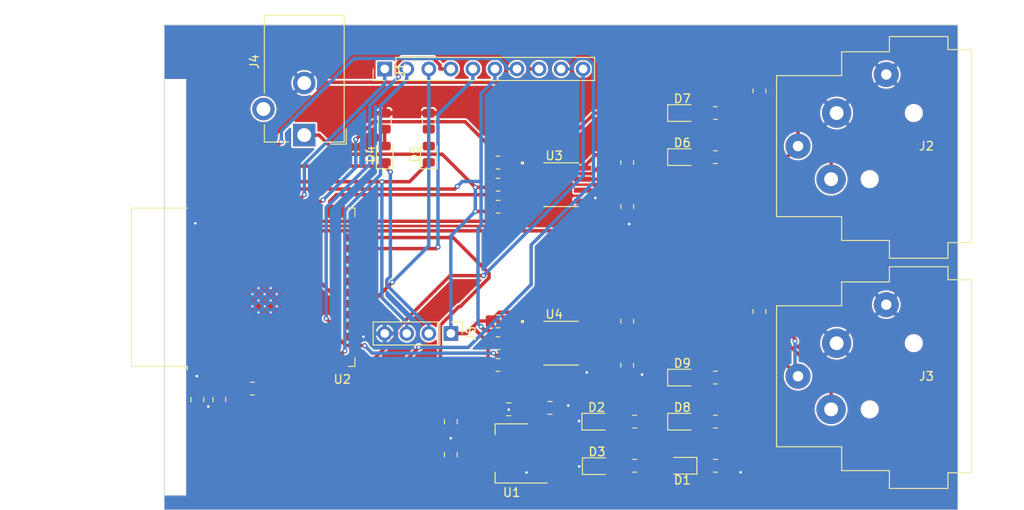
<source format=kicad_pcb>
(kicad_pcb (version 20221018) (generator pcbnew)
  (title_block (title "DMX ArtNet Gateway") (date "2023-09-06") (rev "v01") (company "Interpreter Software B.V."))
  (layers (0 "F.Cu" signal) (31 "B.Cu" signal) (34 "B.Paste" user) (35 "F.Paste" user) (36 "B.SilkS" user "B.Silkscreen") (37 "F.SilkS" user "F.Silkscreen") (38 "B.Mask" user) (39 "F.Mask" user) (44 "Edge.Cuts" user))
  (net 0 "")
  (net 1 "+5V")
  (net 2 "GND")
  (net 3 "Net-(U2-EN)")
  (net 4 "Net-(D1-K)")
  (net 5 "Net-(D2-A)")
  (net 6 "Net-(D3-A)")
  (net 7 "Net-(D4-A)")
  (net 8 "Net-(D5-A)")
  (net 9 "Net-(D6-A)")
  (net 10 "Net-(D7-A)")
  (net 11 "Net-(D8-A)")
  (net 12 "Net-(D9-A)")
  (net 13 "DMX_1_B")
  (net 14 "DMX_1_A")
  (net 15 "DMX_2_B")
  (net 16 "DMX_2_A")
  (net 17 "IO17")
  (net 18 "IO4")
  (net 19 "IO16")
  (net 20 "IO18")
  (net 21 "IO21")
  (net 22 "IO19")
  (net 23 "+3.3V")
  (net 26 "IO25")
  (net 27 "IO26")
  (net 29 "IO14")
  (net 30 "IO12")
  (net 31 "IO13")
  (net 38 "IO15")
  (net 39 "IO2")
  (net 41 "IO5")
  (net 43 "RX")
  (net 44 "TX")
  (net 45 "IO22")
  (net 46 "IO23")
  (footprint "Connector_PinHeader_2.54mm:PinHeader_1x04_P2.54mm_Vertical" (layer "F.Cu") (at 147.32 116.84 -90)
    (fp_text reference "J5")
    (fp_text value "Serial Port")
  )
  (footprint "SparkFun-Resistor:R_0805_2012Metric" (layer "F.Cu") (at 182.88 88.9 90)
    (fp_text reference "R11")
    (fp_text value "120")
  )
  (footprint "SparkFun-Resistor:R_0805_2012Metric" (layer "F.Cu") (at 152.7575 120.47)
    (fp_text reference "R22")
    (fp_text value "10K")
  )
  (footprint "SparkFun-Resistor:R_0805_2012Metric" (layer "F.Cu") (at 152.7575 117.96)
    (fp_text reference "R21")
    (fp_text value "10K")
  )
  (footprint "SparkFun-Resistor:R_0805_2012Metric" (layer "F.Cu") (at 167.64 115.42 -90)
    (fp_text reference "R15")
    (fp_text value "20K")
  )
  (footprint "SparkFun-Resistor:R_0805_2012Metric" (layer "F.Cu") (at 177.8 132.08)
    (fp_text reference "R1")
    (fp_text value "470")
  )
  (footprint "SparkFun-Resistor:R_0805_2012Metric" (layer "F.Cu") (at 167.64 97.155 -90)
    (fp_text reference "R13")
    (fp_text value "20K")
  )
  (footprint "Package_TO_SOT_SMD:SOT-223-3_TabPin2" (layer "F.Cu") (at 154.33 130.66 180)
    (fp_text reference "U1")
    (fp_text value "AMS1117-3.3")
  )
  (footprint "RF_Module:ESP32-WROOM-32D" (layer "F.Cu") (at 126.39 111.51 90)
    (fp_text reference "U2")
    (fp_text value "ESP32-WROOM-32D")
  )
  (footprint "LED_SMD:LED_0805_2012Metric" (layer "F.Cu") (at 164.1625 132.125)
    (fp_text reference "D3")
    (fp_text value "LED_5V")
  )
  (footprint "SparkFun-Resistor:R_0805_2012Metric" (layer "F.Cu") (at 168.4975 127 180)
    (fp_text reference "R2")
    (fp_text value "470")
  )
  (footprint "SparkFun-Resistor:R_0805_2012Metric" (layer "F.Cu") (at 168.4975 132.08 180)
    (fp_text reference "R3")
    (fp_text value "470")
  )
  (footprint "Connector_Audio_2:Jack_XLR_Neutrik_NC3FAH2-0_Horizontal" (layer "F.Cu") (at 191.77 117.96)
    (fp_text reference "J3" hide)
    (fp_text value "DMX2")
  )
  (footprint "LED_SMD:LED_0805_2012Metric" (layer "F.Cu") (at 173.99 127)
    (fp_text reference "D8")
    (fp_text value "LED_DMX2_TX")
  )
  (footprint "SparkFun-Resistor:R_0805_2012Metric" (layer "F.Cu") (at 167.64 120.5 -90)
    (fp_text reference "R16")
    (fp_text value "20K")
  )
  (footprint "MAX485CSA_T:SOIC127P600X175-8N" (layer "F.Cu") (at 160.02 99.695)
    (fp_text reference "U3")
    (fp_text value "MAX485CSA")
  )
  (footprint "LED_SMD:LED_0805_2012Metric" (layer "F.Cu") (at 139.7 96.1875 90)
    (fp_text reference "D4")
    (fp_text value "LED_TX")
  )
  (footprint "SparkFun-Resistor:R_0805_2012Metric" (layer "F.Cu") (at 177.8 127 180)
    (fp_text reference "R8")
    (fp_text value "470")
  )
  (footprint "SparkFun-Resistor:R_0805_2012Metric" (layer "F.Cu") (at 167.64 102.235 -90)
    (fp_text reference "R14")
    (fp_text value "20K")
  )
  (footprint "SparkFun-Capacitor:C_0805_2012Metric" (layer "F.Cu") (at 153.99 125.58 180)
    (fp_text reference "C1")
    (fp_text value "10uF")
  )
  (footprint "SparkFun-Resistor:R_0805_2012Metric" (layer "F.Cu") (at 177.8 121.92 180)
    (fp_text reference "R9")
    (fp_text value "470")
  )
  (footprint "SparkFun-Resistor:R_0805_2012Metric" (layer "F.Cu") (at 144.78 92.3775 -90)
    (fp_text reference "R5")
    (fp_text value "470")
  )
  (footprint "SparkFun-Resistor:R_0805_2012Metric" (layer "F.Cu") (at 152.7575 97.155)
    (fp_text reference "R19")
    (fp_text value "10K")
  )
  (footprint "SparkFun-Resistor:R_0805_2012Metric" (layer "F.Cu") (at 139.7 92.3775 -90)
    (fp_text reference "R4")
    (fp_text value "470")
  )
  (footprint "SparkFun-Resistor:R_0805_2012Metric" (layer "F.Cu") (at 152.7575 115.45)
    (fp_text reference "R20")
    (fp_text value "10K")
  )
  (footprint "SparkFun-Capacitor:C_0805_2012Metric" (layer "F.Cu") (at 158.75 125.41)
    (fp_text reference "C4")
    (fp_text value "100nF")
  )
  (footprint "SparkFun-Capacitor:C_0805_2012Metric" (layer "F.Cu") (at 147.32 127 -90)
    (fp_text reference "C3")
    (fp_text value "100nF")
  )
  (footprint "SparkFun-Resistor:R_0805_2012Metric" (layer "F.Cu") (at 152.7575 102.235)
    (fp_text reference "R17")
    (fp_text value "10K")
  )
  (footprint "Connector_BarrelJack:BarrelJack_CUI_PJ-102AH_Horizontal" (layer "F.Cu") (at 130.43 93.98 180)
    (fp_text reference "J4")
    (fp_text value "Barrel_Jack_MountingPin")
  )
  (footprint "Connector_PinHeader_2.54mm:PinHeader_1x10_P2.54mm_Vertical" (layer "F.Cu") (at 139.7 86.36 90)
    (fp_text reference "J1")
    (fp_text value "GPIO Breakout")
  )
  (footprint "SparkFun-Capacitor:C_0805_2012Metric" (layer "F.Cu") (at 120.65 124.46 -90)
    (fp_text reference "C6")
    (fp_text value "100nF")
  )
  (footprint "SparkFun-Resistor:R_0805_2012Metric" (layer "F.Cu") (at 124.46 123.19 180)
    (fp_text reference "R10")
    (fp_text value "1k")
  )
  (footprint "SparkFun-Capacitor:C_0805_2012Metric" (layer "F.Cu") (at 147.32 130.81 90)
    (fp_text reference "C2")
    (fp_text value "10uF")
  )
  (footprint "LED_SMD:LED_0805_2012Metric" (layer "F.Cu") (at 173.99 132.08 180)
    (fp_text reference "D1")
    (fp_text value "LED")
  )
  (footprint "SparkFun-Capacitor:C_0805_2012Metric" (layer "F.Cu") (at 118.11 124.46 -90)
    (fp_text reference "C5")
    (fp_text value "10uF")
  )
  (footprint "MAX485CSA_T:SOIC127P600X175-8N" (layer "F.Cu") (at 160.02 117.96)
    (fp_text reference "U4")
    (fp_text value "MAX485CSA")
  )
  (footprint "LED_SMD:LED_0805_2012Metric" (layer "F.Cu") (at 173.99 121.92)
    (fp_text reference "D9")
    (fp_text value "LED_DMX2_RX")
  )
  (footprint "LED_SMD:LED_0805_2012Metric" (layer "F.Cu") (at 173.99 96.52)
    (fp_text reference "D6")
    (fp_text value "LED_DMX1_TX")
  )
  (footprint "LED_SMD:LED_0805_2012Metric" (layer "F.Cu") (at 164.1075 127)
    (fp_text reference "D2")
    (fp_text value "LED_33V")
  )
  (footprint "LED_SMD:LED_0805_2012Metric" (layer "F.Cu") (at 144.78 96.1875 90)
    (fp_text reference "D5")
    (fp_text value "LED_RX")
  )
  (footprint "SparkFun-Resistor:R_0805_2012Metric" (layer "F.Cu") (at 177.8 91.44 180)
    (fp_text reference "R7")
    (fp_text value "470")
  )
  (footprint "SparkFun-Resistor:R_0805_2012Metric" (layer "F.Cu") (at 152.7575 99.695)
    (fp_text reference "R18")
    (fp_text value "10K")
  )
  (footprint "SparkFun-Resistor:R_0805_2012Metric" (layer "F.Cu") (at 182.88 114.3 90)
    (fp_text reference "R12")
    (fp_text value "120")
  )
  (footprint "LED_SMD:LED_0805_2012Metric" (layer "F.Cu") (at 173.99 91.44)
    (fp_text reference "D7")
    (fp_text value "LED_DMX1_RX")
  )
  (footprint "SparkFun-Resistor:R_0805_2012Metric" (layer "F.Cu") (at 177.8 96.52 180)
    (fp_text reference "R6")
    (fp_text value "470")
  )
  (footprint "Connector_Audio_2:Jack_XLR_Neutrik_NC3FAH2-0_Horizontal" (layer "F.Cu") (at 191.77 91.44)
    (fp_text reference "J2" hide)
    (fp_text value "DMX1")
  )
  (gr_rect (start 114.3 81.28) (end 205.74 137.16) (stroke (width 0.1)) (fill none) (layer "Edge.Cuts"))
  (segment (start 150.5436 115.4053) (end 149.8439 116.105) (width 0.4) (layer "F.Cu") (net 1))
  (segment (start 150.9498 117.2176) (end 151.6922 117.96) (width 0.4) (layer "F.Cu") (net 1))
  (segment (start 162.495 116.055) (end 164.0425 114.5075) (width 0.4) (layer "F.Cu") (net 1))
  (segment (start 157.48 128.36) (end 157.48 128.0622) (width 0.4) (layer "F.Cu") (net 1))
  (segment (start 154.94 125.58) (end 154.94 123.565) (width 0.4) (layer "F.Cu") (net 1))
  (segment (start 146.3264 96.1875) (end 150.1392 100.0003) (width 0.4) (layer "F.Cu") (net 1))
  (segment (start 164.0425 96.2425) (end 167.64 96.2425) (width 0.4) (layer "F.Cu") (net 1))
  (segment (start 151.8003 115.4053) (end 150.5436 115.4053) (width 0.4) (layer "F.Cu") (net 1))
  (segment (start 152.9036 114.3914) (end 151.845 115.45) (width 0.4) (layer "F.Cu") (net 1))
  (segment (start 151.845 97.155) (end 152.2094 97.5194) (width 0.4) (layer "F.Cu") (net 1))
  (segment (start 151.3046 102.7754) (end 151.845 102.235) (width 0.4) (layer "F.Cu") (net 1))
  (segment (start 134.3375 96.1875) (end 146.3264 96.1875) (width 0.4) (layer "F.Cu") (net 1))
  (segment (start 150.1392 102.7754) (end 151.3046 102.7754) (width 0.4) (layer "F.Cu") (net 1))
  (segment (start 157.48 125.58) (end 157.65 125.41) (width 0.4) (layer "F.Cu") (net 1))
  (segment (start 165.3922 128.0622) (end 169.41 132.08) (width 0.4) (layer "F.Cu") (net 1))
  (segment (start 157.48 128.0622) (end 157.48 127.21) (width 0.4) (layer "F.Cu") (net 1))
  (segment (start 157.48 125.58) (end 154.94 125.58) (width 0.4) (layer "F.Cu") (net 1))
  (segment (start 152.2094 98.4313) (end 158.8515 98.4313) (width 0.4) (layer "F.Cu") (net 1))
  (segment (start 164.0425 114.5075) (end 167.64 114.5075) (width 0.4) (layer "F.Cu") (net 1))
  (segment (start 130.43 93.98) (end 132.13 93.98) (width 0.4) (layer "F.Cu") (net 1))
  (segment (start 157.65 125.41) (end 157.8 125.41) (width 0.4) (layer "F.Cu") (net 1))
  (segment (start 151.845 117.96) (end 151.6922 117.96) (width 0.4) (layer "F.Cu") (net 1))
  (segment (start 150.9478 117.2176) (end 150.9498 117.2176) (width 0.4) (layer "F.Cu") (net 1))
  (segment (start 157.48 127.21) (end 157.48 125.58) (width 0.4) (layer "F.Cu") (net 1))
  (segment (start 150.1392 100.0003) (end 151.5397 100.0003) (width 0.4) (layer "F.Cu") (net 1))
  (segment (start 151.845 115.45) (end 151.8003 115.4053) (width 0.4) (layer "F.Cu") (net 1))
  (segment (start 132.13 93.98) (end 134.3375 96.1875) (width 0.4) (layer "F.Cu") (net 1))
  (segment (start 148.2214 116.84) (end 149.1156 116.84) (width 0.4) (layer "F.Cu") (net 1))
  (segment (start 158.8515 98.4313) (end 159.4928 97.79) (width 0.4) (layer "F.Cu") (net 1))
  (segment (start 154.94 123.565) (end 151.845 120.47) (width 0.4) (layer "F.Cu") (net 1))
  (segment (start 162.495 116.055) (end 160.8314 114.3914) (width 0.4) (layer "F.Cu") (net 1))
  (segment (start 160.8314 114.3914) (end 152.9036 114.3914) (width 0.4) (layer "F.Cu") (net 1))
  (segment (start 149.8439 116.1117) (end 150.2681 116.5359) (width 0.4) (layer "F.Cu") (net 1))
  (segment (start 152.2094 98.4313) (end 152.2094 99.3306) (width 0.4) (layer "F.Cu") (net 1))
  (segment (start 152.2094 99.3306) (end 151.845 99.695) (width 0.4) (layer "F.Cu") (net 1))
  (segment (start 147.32 116.84) (end 148.2214 116.84) (width 0.4) (layer "F.Cu") (net 1))
  (segment (start 151.5397 100.0003) (end 151.845 99.695) (width 0.4) (layer "F.Cu") (net 1))
  (segment (start 151.6922 117.96) (end 151.6027 118.0495) (width 0.4) (layer "F.Cu") (net 1))
  (segment (start 157.48 128.0622) (end 165.3922 128.0622) (width 0.4) (layer "F.Cu") (net 1))
  (segment (start 151.6027 118.0495) (end 151.6027 120.2277) (width 0.4) (layer "F.Cu") (net 1))
  (segment (start 149.1156 116.84) (end 149.8439 116.1117) (width 0.4) (layer "F.Cu") (net 1))
  (segment (start 151.6027 120.2277) (end 151.845 120.47) (width 0.4) (layer "F.Cu") (net 1))
  (segment (start 162.495 97.79) (end 164.0425 96.2425) (width 0.4) (layer "F.Cu") (net 1))
  (segment (start 150.2681 116.5359) (end 150.2681 116.5379) (width 0.4) (layer "F.Cu") (net 1))
  (segment (start 149.8439 116.105) (end 149.8439 116.1117) (width 0.4) (layer "F.Cu") (net 1))
  (segment (start 159.4928 97.79) (end 162.495 97.79) (width 0.4) (layer "F.Cu") (net 1))
  (segment (start 152.2094 97.5194) (end 152.2094 98.4313) (width 0.4) (layer "F.Cu") (net 1))
  (segment (start 150.2681 116.5379) (end 150.9478 117.2176) (width 0.4) (layer "F.Cu") (net 1))
  (via (at 150.1392 102.7754) (size 0.6) (drill 0.3) (layers "F.Cu" "B.Cu") (net 1))
  (via (at 150.1392 100.0003) (size 0.6) (drill 0.3) (layers "F.Cu" "B.Cu") (net 1))
  (segment (start 150.1392 102.7754) (end 147.32 105.5946) (width 0.4) (layer "B.Cu") (net 1))
  (segment (start 147.32 105.5946) (end 147.32 115.59) (width 0.4) (layer "B.Cu") (net 1))
  (segment (start 150.1392 100.0003) (end 150.1392 102.7754) (width 0.4) (layer "B.Cu") (net 1))
  (segment (start 147.32 116.84) (end 147.32 115.59) (width 0.4) (layer "B.Cu") (net 1))
  (segment (start 124.46 112.31) (end 124.46 113.01) (width 0.4) (layer "F.Cu") (net 2))
  (segment (start 162.862 101.233) (end 162.495 101.6) (width 0.4) (layer "F.Cu") (net 2))
  (segment (start 126.56 114.41) (end 125.86 114.41) (width 0.4) (layer "F.Cu") (net 2))
  (segment (start 118.11 125.41) (end 119.38 125.41) (width 0.4) (layer "F.Cu") (net 2))
  (segment (start 126.56 111.61) (end 125.86 111.61) (width 0.4) (layer "F.Cu") (net 2))
  (segment (start 163.9678 101.233) (end 162.862 101.233) (width 0.4) (layer "F.Cu") (net 2))
  (segment (start 180.7145 132.8326) (end 179.4651 132.8326) (width 0.4) (layer "F.Cu") (net 2))
  (segment (start 179.4651 132.8326) (end 178.7125 132.08) (width 0.4) (layer "F.Cu") (net 2))
  (segment (start 118.1239 103.91) (end 117.8827 104.1512) (width 0.4) (layer "F.Cu") (net 2))
  (segment (start 159.9676 125.1424) (end 159.7 125.41) (width 0.4) (layer "F.Cu") (net 2))
  (segment (start 135.9 117.22) (end 137.05 117.22) (width 0.4) (layer "F.Cu") (net 2))
  (segment (start 163.0994 126.9294) (end 163.17 127) (width 0.4) (layer "F.Cu") (net 2))
  (segment (start 119.38 125.41) (end 120.65 125.41) (width 0.4) (layer "F.Cu") (net 2))
  (segment (start 118.14 103.91) (end 118.1239 103.91) (width 0.4) (layer "F.Cu") (net 2))
  (segment (start 127.26 112.31) (end 127.26 113.01) (width 0.4) (layer "F.Cu") (net 2))
  (segment (start 162.9773 121.3311) (end 162.495 120.8488) (width 0.4) (layer "F.Cu") (net 2))
  (segment (start 157.48 132.96) (end 156.08 132.96) (width 0.4) (layer "F.Cu") (net 2))
  (segment (start 167.8763 104.2267) (end 167.64 103.9904) (width 0.4) (layer "F.Cu") (net 2))
  (segment (start 156.0334 132.8592) (end 156.08 132.9058) (width 0.4) (layer "F.Cu") (net 2))
  (segment (start 125.16 114.41) (end 124.46 114.41) (width 0.4) (layer "F.Cu") (net 2))
  (segment (start 125.86 112.31) (end 125.86 113.01) (width 0.4) (layer "F.Cu") (net 2))
  (segment (start 119.38 125.2549) (end 119.38 125.41) (width 0.4) (layer "F.Cu") (net 2))
  (segment (start 167.7987 121.5712) (end 167.64 121.4125) (width 0.4) (layer "F.Cu") (net 2))
  (segment (start 118.0581 121.756) (end 118.14 121.6741) (width 0.4) (layer "F.Cu") (net 2))
  (segment (start 118.14 121.6741) (end 118.14 120.26) (width 0.4) (layer "F.Cu") (net 2))
  (segment (start 156.08 132.9058) (end 156.08 132.96) (width 0.4) (layer "F.Cu") (net 2))
  (segment (start 147.32 128.905) (end 147.32 129.86) (width 0.4) (layer "F.Cu") (net 2))
  (segment (start 153.99 125.6168) (end 153.0768 125.6168) (width 0.4) (layer "F.Cu") (net 2))
  (segment (start 162.495 120.8488) (end 162.495 119.865) (width 0.4) (layer "F.Cu") (net 2))
  (segment (start 162.0904 126.9294) (end 163.0994 126.9294) (width 0.4) (layer "F.Cu") (net 2))
  (segment (start 137.2498 117.2134) (end 137.0566 117.2134) (width 0.4) (layer "F.Cu") (net 2))
  (segment (start 162.1179 132.1581) (end 163.1919 132.1581) (width 0.4) (layer "F.Cu") (net 2))
  (segment (start 127.26 111.61) (end 126.56 111.61) (width 0.4) (layer "F.Cu") (net 2))
  (segment (start 163.1919 132.1581) (end 163.225 132.125) (width 0.4) (layer "F.Cu") (net 2))
  (segment (start 169.3544 121.5712) (end 167.7987 121.5712) (width 0.4) (layer "F.Cu") (net 2))
  (segment (start 167.64 103.9904) (end 167.64 103.1475) (width 0.4) (layer "F.Cu") (net 2))
  (segment (start 147.32 128.905) (end 147.32 127.95) (width 0.4) (layer "F.Cu") (net 2))
  (segment (start 147.3085 128.905) (end 147.32 128.905) (width 0.4) (layer "F.Cu") (net 2))
  (segment (start 118.14 102.76) (end 118.14 103.91) (width 0.4) (layer "F.Cu") (net 2))
  (segment (start 160.8501 125.1424) (end 159.9676 125.1424) (width 0.4) (layer "F.Cu") (net 2))
  (segment (start 137.0566 117.2134) (end 137.05 117.22) (width 0.4) (layer "F.Cu") (net 2))
  (segment (start 127.26 114.41) (end 126.56 114.41) (width 0.4) (layer "F.Cu") (net 2))
  (segment (start 153.0768 125.6168) (end 153.04 125.58) (width 0.4) (layer "F.Cu") (net 2))
  (segment (start 125.16 111.61) (end 124.46 111.61) (width 0.4) (layer "F.Cu") (net 2))
  (via (at 163.9678 101.233) (size 0.6) (drill 0.3) (layers "F.Cu" "B.Cu") (net 2))
  (via (at 118.0581 121.756) (size 0.6) (drill 0.3) (layers "F.Cu" "B.Cu") (net 2))
  (via (at 137.2498 117.2134) (size 0.6) (drill 0.3) (layers "F.Cu" "B.Cu") (net 2))
  (via (at 180.7145 132.8326) (size 0.6) (drill 0.3) (layers "F.Cu" "B.Cu") (net 2))
  (via (at 156.0334 132.8592) (size 0.6) (drill 0.3) (layers "F.Cu" "B.Cu") (net 2))
  (via (at 167.8763 104.2267) (size 0.6) (drill 0.3) (layers "F.Cu" "B.Cu") (net 2))
  (via (at 160.8501 125.1424) (size 0.6) (drill 0.3) (layers "F.Cu" "B.Cu") (net 2))
  (via (at 162.9773 121.3311) (size 0.6) (drill 0.3) (layers "F.Cu" "B.Cu") (net 2))
  (via (at 169.3544 121.5712) (size 0.6) (drill 0.3) (layers "F.Cu" "B.Cu") (net 2))
  (via (at 162.1179 132.1581) (size 0.6) (drill 0.3) (layers "F.Cu" "B.Cu") (net 2))
  (via (at 119.38 125.2549) (size 0.6) (drill 0.3) (layers "F.Cu" "B.Cu") (net 2))
  (via (at 117.8827 104.1512) (size 0.6) (drill 0.3) (layers "F.Cu" "B.Cu") (net 2))
  (via (at 162.0904 126.9294) (size 0.6) (drill 0.3) (layers "F.Cu" "B.Cu") (net 2))
  (via (at 153.99 125.6168) (size 0.6) (drill 0.3) (layers "F.Cu" "B.Cu") (net 2))
  (via (at 147.3085 128.905) (size 0.6) (drill 0.3) (layers "F.Cu" "B.Cu") (net 2))
  (segment (start 120.65 123.51) (end 120.65 123.22) (width 0.4) (layer "F.Cu") (net 3))
  (segment (start 120.68 120.26) (end 120.68 121.2418) (width 0.4) (layer "F.Cu") (net 3))
  (segment (start 120.68 121.2418) (end 120.68 123.19) (width 0.4) (layer "F.Cu") (net 3))
  (segment (start 120.68 123.19) (end 123.5475 123.19) (width 0.4) (layer "F.Cu") (net 3))
  (segment (start 120.65 123.22) (end 120.68 123.19) (width 0.4) (layer "F.Cu") (net 3))
  (segment (start 174.9275 132.08) (end 176.8875 132.08) (width 0.4) (layer "F.Cu") (net 4))
  (segment (start 165.045 127) (end 167.585 127) (width 0.4) (layer "F.Cu") (net 5))
  (segment (start 165.1 132.125) (end 167.54 132.125) (width 0.4) (layer "F.Cu") (net 6))
  (segment (start 167.54 132.125) (end 167.585 132.08) (width 0.4) (layer "F.Cu") (net 6))
  (segment (start 139.7 95.25) (end 139.7 93.29) (width 0.4) (layer "F.Cu") (net 7))
  (segment (start 144.78 95.25) (end 144.78 93.29) (width 0.4) (layer "F.Cu") (net 8))
  (segment (start 174.9275 96.52) (end 176.8875 96.52) (width 0.4) (layer "F.Cu") (net 9))
  (segment (start 174.9275 91.44) (end 176.8875 91.44) (width 0.4) (layer "F.Cu") (net 10))
  (segment (start 174.9275 127) (end 176.8875 127) (width 0.4) (layer "F.Cu") (net 11))
  (segment (start 174.9275 121.92) (end 176.8875 121.92) (width 0.4) (layer "F.Cu") (net 12))
  (segment (start 181.7752 87.5272) (end 181.7752 88.7111) (width 0.4) (layer "F.Cu") (net 13))
  (segment (start 167.64 98.0675) (end 173.0319 98.0675) (width 0.4) (layer "F.Cu") (net 13))
  (segment (start 176.4005 93.4726) (end 178.2547 93.4726) (width 0.4) (layer "F.Cu") (net 13))
  (segment (start 174.0508 97.0486) (end 174.0508 95.8223) (width 0.4) (layer "F.Cu") (net 13))
  (segment (start 191.135 99.06) (end 191.135 94.637) (width 0.4) (layer "F.Cu") (net 13))
  (segment (start 182.3957 89.3316) (end 182.8766 89.8125) (width 0.4) (layer "F.Cu") (net 13))
  (segment (start 166.6475 99.06) (end 167.64 98.0675) (width 0.4) (layer "F.Cu") (net 13))
  (segment (start 191.135 94.637) (end 183.6363 87.1383) (width 0.4) (layer "F.Cu") (net 13))
  (segment (start 178.2547 93.4726) (end 182.3957 89.3316) (width 0.4) (layer "F.Cu") (net 13))
  (segment (start 173.0319 98.0675) (end 174.0508 97.0486) (width 0.4) (layer "F.Cu") (net 13))
  (segment (start 182.8766 89.8125) (end 182.88 89.8125) (width 0.4) (layer "F.Cu") (net 13))
  (segment (start 162.495 99.06) (end 166.6475 99.06) (width 0.4) (layer "F.Cu") (net 13))
  (segment (start 174.0508 95.8223) (end 176.4005 93.4726) (width 0.4) (layer "F.Cu") (net 13))
  (segment (start 181.7752 88.7111) (end 182.3957 89.3316) (width 0.4) (layer "F.Cu") (net 13))
  (segment (start 183.6363 87.1383) (end 182.1641 87.1383) (width 0.4) (layer "F.Cu") (net 13))
  (segment (start 182.1641 87.1383) (end 181.7752 87.5272) (width 0.4) (layer "F.Cu") (net 13))
  (segment (start 187.32 92.4275) (end 187.32 95.25) (width 0.4) (layer "F.Cu") (net 14))
  (segment (start 182.88 87.9875) (end 187.32 92.4275) (width 0.4) (layer "F.Cu") (net 14))
  (segment (start 181.2475 101.3225) (end 167.64 101.3225) (width 0.4) (layer "F.Cu") (net 14))
  (segment (start 166.6475 100.33) (end 167.64 101.3225) (width 0.4) (layer "F.Cu") (net 14))
  (segment (start 187.32 95.25) (end 181.2475 101.3225) (width 0.4) (layer "F.Cu") (net 14))
  (segment (start 162.495 100.33) (end 166.6475 100.33) (width 0.4) (layer "F.Cu") (net 14))
  (segment (start 183.3336 115.2125) (end 182.88 115.2125) (width 0.4) (layer "F.Cu") (net 15))
  (segment (start 182.88 115.2125) (end 181.76 116.3325) (width 0.4) (layer "F.Cu") (net 15))
  (segment (start 191.135 123.0139) (end 183.3336 115.2125) (width 0.4) (layer "F.Cu") (net 15))
  (segment (start 162.495 117.325) (end 166.6475 117.325) (width 0.4) (layer "F.Cu") (net 15))
  (segment (start 181.76 116.3325) (end 167.64 116.3325) (width 0.4) (layer "F.Cu") (net 15))
  (segment (start 191.135 125.58) (end 191.135 123.0139) (width 0.4) (layer "F.Cu") (net 15))
  (segment (start 166.6475 117.325) (end 167.64 116.3325) (width 0.4) (layer "F.Cu") (net 15))
  (segment (start 186.9776 117.7239) (end 186.9776 117.4851) (width 0.4) (layer "F.Cu") (net 16))
  (segment (start 167.64 119.5875) (end 166.6475 118.595) (width 0.4) (layer "F.Cu") (net 16))
  (segment (start 185.1375 119.5875) (end 167.64 119.5875) (width 0.4) (layer "F.Cu") (net 16))
  (segment (start 166.6475 118.595) (end 162.495 118.595) (width 0.4) (layer "F.Cu") (net 16))
  (segment (start 187.32 121.77) (end 185.1375 119.5875) (width 0.4) (layer "F.Cu") (net 16))
  (segment (start 186.9776 117.4851) (end 182.88 113.3875) (width 0.4) (layer "F.Cu") (net 16))
  (via (at 186.9776 117.7239) (size 0.6) (drill 0.3) (layers "F.Cu" "B.Cu") (net 16))
  (segment (start 187.32 121.77) (end 186.9776 121.4276) (width 0.4) (layer "B.Cu") (net 16))
  (segment (start 186.9776 121.4276) (end 186.9776 117.7239) (width 0.4) (layer "B.Cu") (net 16))
  (segment (start 153.67 102.235) (end 151.995 103.91) (width 0.4) (layer "F.Cu") (net 17))
  (segment (start 156.91 102.235) (end 153.67 102.235) (width 0.4) (layer "F.Cu") (net 17))
  (segment (start 161.3539 98.425) (end 158.1789 101.6) (width 0.4) (layer "F.Cu") (net 17))
  (segment (start 163.5812 98.425) (end 161.3539 98.425) (width 0.4) (layer "F.Cu") (net 17))
  (segment (start 158.1789 101.6) (end 157.545 101.6) (width 0.4) (layer "F.Cu") (net 17))
  (segment (start 130.84 102.76) (end 130.84 103.91) (width 0.4) (layer "F.Cu") (net 17))
  (segment (start 157.545 101.6) (end 156.91 102.235) (width 0.4) (layer "F.Cu") (net 17))
  (segment (start 151.995 103.91) (end 130.84 103.91) (width 0.4) (layer "F.Cu") (net 17))
  (segment (start 173.0525 96.52) (end 172.4175 97.155) (width 0.4) (layer "F.Cu") (net 17))
  (segment (start 172.4175 97.155) (end 164.8512 97.155) (width 0.4) (layer "F.Cu") (net 17))
  (segment (start 164.8512 97.155) (end 163.5812 98.425) (width 0.4) (layer "F.Cu") (net 17))
  (segment (start 134.1376 100.8524) (end 133.38 101.61) (width 0.4) (layer "F.Cu") (net 18))
  (segment (start 157.545 99.695) (end 157.545 99.06) (width 0.4) (layer "F.Cu") (net 18))
  (segment (start 157.545 100.33) (end 157.545 99.695) (width 0.4) (layer "F.Cu") (net 18))
  (segment (start 152.5126 100.8524) (end 134.1376 100.8524) (width 0.4) (layer "F.Cu") (net 18))
  (segment (start 157.545 99.695) (end 153.67 99.695) (width 0.4) (layer "F.Cu") (net 18))
  (segment (start 133.38 102.76) (end 133.38 101.61) (width 0.4) (layer "F.Cu") (net 18))
  (segment (start 153.67 99.695) (end 152.5126 100.8524) (width 0.4) (layer "F.Cu") (net 18))
  (segment (start 138.4123 92.4435) (end 136.3675 94.4883) (width 0.4) (layer "F.Cu") (net 19))
  (segment (start 132.4465 101.61) (end 132.11 101.61) (width 0.4) (layer "F.Cu") (net 19))
  (segment (start 173.0525 91.44) (end 163.895 91.44) (width 0.4) (layer "F.Cu") (net 19))
  (segment (start 163.895 91.44) (end 157.545 97.79) (width 0.4) (layer "F.Cu") (net 19))
  (segment (start 132.11 102.76) (end 132.11 101.61) (width 0.4) (layer "F.Cu") (net 19))
  (segment (start 157.545 97.79) (end 156.91 97.155) (width 0.4) (layer "F.Cu") (net 19))
  (segment (start 156.91 97.155) (end 153.67 97.155) (width 0.4) (layer "F.Cu") (net 19))
  (segment (start 148.9585 92.4435) (end 138.4123 92.4435) (width 0.4) (layer "F.Cu") (net 19))
  (segment (start 132.6026 101.4539) (end 132.4465 101.61) (width 0.4) (layer "F.Cu") (net 19))
  (segment (start 153.67 97.155) (end 148.9585 92.4435) (width 0.4) (layer "F.Cu") (net 19))
  (via (at 136.3675 94.4883) (size 0.6) (drill 0.3) (layers "F.Cu" "B.Cu") (net 19))
  (via (at 132.6026 101.4539) (size 0.6) (drill 0.3) (layers "F.Cu" "B.Cu") (net 19))
  (segment (start 136.3675 97.689) (end 132.6026 101.4539) (width 0.4) (layer "B.Cu") (net 19))
  (segment (start 136.3675 94.4883) (end 136.3675 97.689) (width 0.4) (layer "B.Cu") (net 19))
  (segment (start 164.1022 119.23) (end 165.3127 120.4405) (width 0.4) (layer "F.Cu") (net 20))
  (segment (start 161.1614 118.9992) (end 161.3922 119.23) (width 0.4) (layer "F.Cu") (net 20))
  (segment (start 168.6884 115.0076) (end 168.276 115.42) (width 0.4) (layer "F.Cu") (net 20))
  (segment (start 161.1614 116.69) (end 161.1614 118.9992) (width 0.4) (layer "F.Cu") (net 20))
  (segment (start 168.276 115.42) (end 166.1627 115.42) (width 0.4) (layer "F.Cu") (net 20))
  (segment (start 157.545 116.055) (end 160.5264 116.055) (width 0.4) (layer "F.Cu") (net 20))
  (segment (start 166.1627 115.42) (end 164.8927 116.69) (width 0.4) (layer "F.Cu") (net 20))
  (segment (start 171.573 120.4405) (end 173.0525 121.92) (width 0.4) (layer "F.Cu") (net 20))
  (segment (start 128.3 102.76) (end 128.3 103.91) (width 0.4) (layer "F.Cu") (net 20))
  (segment (start 129.4011 105.0111) (end 159.7227 105.0111) (width 0.4) (layer "F.Cu") (net 20))
  (segment (start 153.67 115.45) (end 156.94 115.45) (width 0.4) (layer "F.Cu") (net 20))
  (segment (start 168.6884 113.9768) (end 168.6884 115.0076) (width 0.4) (layer "F.Cu") (net 20))
  (segment (start 161.3922 119.23) (end 164.1022 119.23) (width 0.4) (layer "F.Cu") (net 20))
  (segment (start 164.8927 116.69) (end 161.1614 116.69) (width 0.4) (layer "F.Cu") (net 20))
  (segment (start 156.94 115.45) (end 157.545 116.055) (width 0.4) (layer "F.Cu") (net 20))
  (segment (start 128.3 103.91) (end 129.4011 105.0111) (width 0.4) (layer "F.Cu") (net 20))
  (segment (start 159.7227 105.0111) (end 168.6884 113.9768) (width 0.4) (layer "F.Cu") (net 20))
  (segment (start 160.5264 116.055) (end 161.1614 116.69) (width 0.4) (layer "F.Cu") (net 20))
  (segment (start 165.3127 120.4405) (end 171.573 120.4405) (width 0.4) (layer "F.Cu") (net 20))
  (segment (start 124.49 102.76) (end 124.49 101.61) (width 0.4) (layer "F.Cu") (net 21))
  (segment (start 124.49 101.61) (end 125.9042 100.1958) (width 0.4) (layer "F.Cu") (net 21))
  (segment (start 157.545 118.595) (end 157.545 117.96) (width 0.4) (layer "F.Cu") (net 21))
  (segment (start 153.67 117.96) (end 152.236 116.526) (width 0.4) (layer "F.Cu") (net 21))
  (segment (start 151.274 116.526) (end 150.797 116.049) (width 0.4) (layer "F.Cu") (net 21))
  (segment (start 157.545 117.96) (end 153.67 117.96) (width 0.4) (layer "F.Cu") (net 21))
  (segment (start 125.9042 100.1958) (end 147.7713 100.1958) (width 0.4) (layer "F.Cu") (net 21))
  (segment (start 157.545 117.96) (end 157.545 117.325) (width 0.4) (layer "F.Cu") (net 21))
  (segment (start 147.7713 100.1958) (end 148.0802 99.8869) (width 0.4) (layer "F.Cu") (net 21))
  (segment (start 152.236 116.526) (end 151.274 116.526) (width 0.4) (layer "F.Cu") (net 21))
  (via (at 150.797 116.049) (size 0.6) (drill 0.3) (layers "F.Cu" "B.Cu") (net 21))
  (via (at 148.0802 99.8869) (size 0.6) (drill 0.3) (layers "F.Cu" "B.Cu") (net 21))
  (segment (start 150.4498 104.8054) (end 150.4498 115.7018) (width 0.4) (layer "B.Cu") (net 21))
  (segment (start 150.804 99.326) (end 150.804 104.4512) (width 0.4) (layer "B.Cu") (net 21))
  (segment (start 152.4 87.61) (end 150.804 89.206) (width 0.4) (layer "B.Cu") (net 21))
  (segment (start 148.6411 99.326) (end 150.804 99.326) (width 0.4) (layer "B.Cu") (net 21))
  (segment (start 148.0802 99.8869) (end 148.6411 99.326) (width 0.4) (layer "B.Cu") (net 21))
  (segment (start 150.804 89.206) (end 150.804 99.326) (width 0.4) (layer "B.Cu") (net 21))
  (segment (start 152.4 86.36) (end 152.4 87.61) (width 0.4) (layer "B.Cu") (net 21))
  (segment (start 150.4498 115.7018) (end 150.797 116.049) (width 0.4) (layer "B.Cu") (net 21))
  (segment (start 150.804 104.4512) (end 150.4498 104.8054) (width 0.4) (layer "B.Cu") (net 21))
  (segment (start 160.4584 122.7784) (end 157.545 119.865) (width 0.4) (layer "F.Cu") (net 22))
  (segment (start 134.168 112.7979) (end 127.03 105.6599) (width 0.4) (layer "F.Cu") (net 22))
  (segment (start 173.0525 127) (end 168.8309 122.7784) (width 0.4) (layer "F.Cu") (net 22))
  (segment (start 137.3626 118.217) (end 135.2082 118.217) (width 0.4) (layer "F.Cu") (net 22))
  (segment (start 134.168 117.1768) (end 134.168 112.7979) (width 0.4) (layer "F.Cu") (net 22))
  (segment (start 153.67 120.47) (end 152.3057 119.1057) (width 0.4) (layer "F.Cu") (net 22))
  (segment (start 153.67 120.47) (end 156.94 120.47) (width 0.4) (layer "F.Cu") (net 22))
  (segment (start 137.3971 118.2515) (end 137.3626 118.217) (width 0.4) (layer "F.Cu") (net 22))
  (segment (start 168.8309 122.7784) (end 160.4584 122.7784) (width 0.4) (layer "F.Cu") (net 22))
  (segment (start 135.2082 118.217) (end 134.168 117.1768) (width 0.4) (layer "F.Cu") (net 22))
  (segment (start 152.3057 119.1057) (end 152.2316 119.1057) (width 0.4) (layer "F.Cu") (net 22))
  (segment (start 127.03 105.6599) (end 127.03 102.76) (width 0.4) (layer "F.Cu") (net 22))
  (segment (start 156.94 120.47) (end 157.545 119.865) (width 0.4) (layer "F.Cu") (net 22))
  (via (at 137.3971 118.2515) (size 0.6) (drill 0.3) (layers "F.Cu" "B.Cu") (net 22))
  (via (at 152.2316 119.1057) (size 0.6) (drill 0.3) (layers "F.Cu" "B.Cu") (net 22))
  (segment (start 152.2316 119.1057) (end 138.2513 119.1057) (width 0.4) (layer "B.Cu") (net 22))
  (segment (start 138.2513 119.1057) (end 137.3971 118.2515) (width 0.4) (layer "B.Cu") (net 22))
  (segment (start 130.0371 121.8771) (end 140.1901 121.8771) (width 0.4) (layer "F.Cu") (net 26))
  (segment (start 129.57 121.41) (end 130.0371 121.8771) (width 0.4) (layer "F.Cu") (net 26))
  (segment (start 140.1901 121.8771) (end 143.6214 118.4458) (width 0.4) (layer "F.Cu") (net 26))
  (segment (start 129.57 120.26) (end 129.57 121.41) (width 0.4) (layer "F.Cu") (net 26))
  (via (at 143.6214 118.4458) (size 0.6) (drill 0.3) (layers "F.Cu" "B.Cu") (net 26))
  (segment (start 143.6214 118.4458) (end 149.3327 118.4458) (width 0.4) (layer "B.Cu") (net 26))
  (segment (start 156.5721 106.6313) (end 163.7475 99.4559) (width 0.4) (layer "B.Cu") (net 26))
  (segment (start 156.5721 111.2064) (end 156.5721 106.6313) (width 0.4) (layer "B.Cu") (net 26))
  (segment (start 162.0129 85.1712) (end 161.27 85.9141) (width 0.4) (layer "B.Cu") (net 26))
  (segment (start 163.0581 85.1712) (end 162.0129 85.1712) (width 0.4) (layer "B.Cu") (net 26))
  (segment (start 163.7475 99.4559) (end 163.7475 85.8606) (width 0.4) (layer "B.Cu") (net 26))
  (segment (start 163.7475 85.8606) (end 163.0581 85.1712) (width 0.4) (layer "B.Cu") (net 26))
  (segment (start 160.02 86.36) (end 161.27 86.36) (width 0.4) (layer "B.Cu") (net 26))
  (segment (start 161.27 85.9141) (end 161.27 86.36) (width 0.4) (layer "B.Cu") (net 26))
  (segment (start 149.3327 118.4458) (end 156.5721 111.2064) (width 0.4) (layer "B.Cu") (net 26))
  (segment (start 147.238 110.1747) (end 141.0611 116.3516) (width 0.4) (layer "F.Cu") (net 27))
  (segment (start 141.0611 116.3516) (end 141.0611 117.1621) (width 0.4) (layer "F.Cu") (net 27))
  (segment (start 141.0611 117.1621) (end 136.8843 121.3389) (width 0.4) (layer "F.Cu") (net 27))
  (segment (start 151.0787 110.1747) (end 147.238 110.1747) (width 0.4) (layer "F.Cu") (net 27))
  (segment (start 131.4803 121.3389) (end 130.84 120.6986) (width 0.4) (layer "F.Cu") (net 27))
  (segment (start 130.84 120.6986) (end 130.84 120.26) (width 0.4) (layer "F.Cu") (net 27))
  (segment (start 136.8843 121.3389) (end 131.4803 121.3389) (width 0.4) (layer "F.Cu") (net 27))
  (via (at 151.0787 110.1747) (size 0.6) (drill 0.3) (layers "F.Cu" "B.Cu") (net 27))
  (segment (start 162.56 98.6934) (end 151.0787 110.1747) (width 0.4) (layer "B.Cu") (net 27))
  (segment (start 162.56 86.36) (end 162.56 98.6934) (width 0.4) (layer "B.Cu") (net 27))
  (segment (start 141.0611 85.8321) (end 141.0611 87.049) (width 0.4) (layer "F.Cu") (net 29))
  (segment (start 141.7456 85.1476) (end 141.0611 85.8321) (width 0.4) (layer "F.Cu") (net 29))
  (segment (start 146.07 86.36) (end 146.07 85.9193) (width 0.4) (layer "F.Cu") (net 29))
  (segment (start 147.32 86.36) (end 146.07 86.36) (width 0.4) (layer "F.Cu") (net 29))
  (segment (start 145.2983 85.1476) (end 141.7456 85.1476) (width 0.4) (layer "F.Cu") (net 29))
  (segment (start 133.38 115.5504) (end 132.9526 115.123) (width 0.4) (layer "F.Cu") (net 29))
  (segment (start 133.38 120.26) (end 133.38 115.5504) (width 0.4) (layer "F.Cu") (net 29))
  (segment (start 141.0611 87.049) (end 141.2833 87.2712) (width 0.4) (layer "F.Cu") (net 29))
  (segment (start 146.07 85.9193) (end 145.2983 85.1476) (width 0.4) (layer "F.Cu") (net 29))
  (via (at 132.9526 115.123) (size 0.6) (drill 0.3) (layers "F.Cu" "B.Cu") (net 29))
  (via (at 141.2833 87.2712) (size 0.6) (drill 0.3) (layers "F.Cu" "B.Cu") (net 29))
  (segment (start 137.9885 97.3205) (end 137.9885 90.568) (width 0.4) (layer "B.Cu") (net 29))
  (segment (start 132.9526 115.123) (end 132.9526 102.3564) (width 0.4) (layer "B.Cu") (net 29))
  (segment (start 137.9885 90.568) (end 141.2833 87.2732) (width 0.4) (layer "B.Cu") (net 29))
  (segment (start 141.2833 87.2732) (end 141.2833 87.2712) (width 0.4) (layer "B.Cu") (net 29))
  (segment (start 132.9526 102.3564) (end 137.9885 97.3205) (width 0.4) (layer "B.Cu") (net 29))
  (segment (start 134.65 120.26) (end 134.65 119.11) (width 0.4) (layer "F.Cu") (net 30))
  (segment (start 134.8491 119.11) (end 135.1131 118.846) (width 0.4) (layer "F.Cu") (net 30))
  (segment (start 134.65 119.11) (end 134.8491 119.11) (width 0.4) (layer "F.Cu") (net 30))
  (via (at 135.1131 118.846) (size 0.6) (drill 0.3) (layers "F.Cu" "B.Cu") (net 30))
  (segment (start 135.1131 102.6394) (end 139.2071 98.5454) (width 0.4) (layer "B.Cu") (net 30))
  (segment (start 139.2071 90.6429) (end 142.24 87.61) (width 0.4) (layer "B.Cu") (net 30))
  (segment (start 139.2071 98.5454) (end 139.2071 90.6429) (width 0.4) (layer "B.Cu") (net 30))
  (segment (start 142.24 86.36) (end 142.24 87.61) (width 0.4) (layer "B.Cu") (net 30))
  (segment (start 135.1131 118.846) (end 135.1131 102.6394) (width 0.4) (layer "B.Cu") (net 30))
  (segment (start 137.05 115.95) (end 137.05 114.4607) (width 0.4) (layer "F.Cu") (net 31))
  (segment (start 137.05 114.4607) (end 140.5747 110.936) (width 0.4) (layer "F.Cu") (net 31))
  (segment (start 135.9 115.95) (end 137.05 115.95) (width 0.4) (layer "F.Cu") (net 31))
  (via (at 140.5747 110.936) (size 0.6) (drill 0.3) (layers "F.Cu" "B.Cu") (net 31))
  (segment (start 144.78 106.7307) (end 140.5747 110.936) (width 0.4) (layer "B.Cu") (net 31))
  (segment (start 144.78 86.36) (end 144.78 106.7307) (width 0.4) (layer "B.Cu") (net 31))
  (segment (start 135.9 107.06) (end 145.6456 107.06) (width 0.4) (layer "F.Cu") (net 38))
  (segment (start 145.6456 107.06) (end 145.8386 106.867) (width 0.4) (layer "F.Cu") (net 38))
  (via (at 145.8386 106.867) (size 0.6) (drill 0.3) (layers "F.Cu" "B.Cu") (net 38))
  (segment (start 145.8386 91.6314) (end 149.86 87.61) (width 0.4) (layer "B.Cu") (net 38))
  (segment (start 145.8386 106.867) (end 145.8386 91.6314) (width 0.4) (layer "B.Cu") (net 38))
  (segment (start 149.86 86.36) (end 149.86 87.61) (width 0.4) (layer "B.Cu") (net 38))
  (segment (start 146.1186 115.8735) (end 148.2468 113.7453) (width 0.4) (layer "F.Cu") (net 39))
  (segment (start 155.3447 129.4389) (end 146.1186 120.2128) (width 0.4) (layer "F.Cu") (net 39))
  (segment (start 147.5834 105.79) (end 135.9 105.79) (width 0.4) (layer "F.Cu") (net 39))
  (segment (start 158.4984 129.4389) (end 155.3447 129.4389) (width 0.4) (layer "F.Cu") (net 39))
  (segment (start 148.2468 113.7453) (end 148.4006 113.7453) (width 0.4) (layer "F.Cu") (net 39))
  (segment (start 171.9478 133.1847) (end 162.2442 133.1847) (width 0.4) (layer "F.Cu") (net 39))
  (segment (start 151.7187 109.9253) (end 147.5834 105.79) (width 0.4) (layer "F.Cu") (net 39))
  (segment (start 151.7187 110.4272) (end 151.7187 109.9253) (width 0.4) (layer "F.Cu") (net 39))
  (segment (start 162.2442 133.1847) (end 158.4984 129.4389) (width 0.4) (layer "F.Cu") (net 39))
  (segment (start 173.0525 132.08) (end 171.9478 133.1847) (width 0.4) (layer "F.Cu") (net 39))
  (segment (start 148.4006 113.7453) (end 151.7187 110.4272) (width 0.4) (layer "F.Cu") (net 39))
  (segment (start 146.1186 120.2128) (end 146.1186 115.8735) (width 0.4) (layer "F.Cu") (net 39))
  (segment (start 129.57 102.76) (end 129.57 101.61) (width 0.4) (layer "F.Cu") (net 41))
  (segment (start 129.57 101.61) (end 129.6794 101.61) (width 0.4) (layer "F.Cu") (net 41))
  (segment (start 129.6794 101.61) (end 130.4418 100.8476) (width 0.4) (layer "F.Cu") (net 41))
  (via (at 130.4418 100.8476) (size 0.6) (drill 0.3) (layers "F.Cu" "B.Cu") (net 41))
  (segment (start 130.4418 100.8476) (end 130.4418 97.3668) (width 0.4) (layer "B.Cu") (net 41))
  (segment (start 139.7 88.1086) (end 139.7 86.36) (width 0.4) (layer "B.Cu") (net 41))
  (segment (start 130.4418 97.3668) (end 139.7 88.1086) (width 0.4) (layer "B.Cu") (net 41))
  (segment (start 123.22 102.76) (end 123.22 101.61) (width 0.4) (layer "F.Cu") (net 43))
  (segment (start 125.4764 99.3536) (end 123.22 101.61) (width 0.4) (layer "F.Cu") (net 43))
  (segment (start 139.3724 99.3536) (end 125.4764 99.3536) (width 0.4) (layer "F.Cu") (net 43))
  (segment (start 142.5514 99.3536) (end 144.78 97.125) (width 0.4) (layer "F.Cu") (net 43))
  (segment (start 139.3724 99.3536) (end 142.5514 99.3536) (width 0.4) (layer "F.Cu") (net 43))
  (via (at 139.3724 99.3536) (size 0.6) (drill 0.3) (layers "F.Cu" "B.Cu") (net 43))
  (segment (start 139.3724 112.7224) (end 142.24 115.59) (width 0.4) (layer "B.Cu") (net 43))
  (segment (start 142.24 116.84) (end 142.24 115.59) (width 0.4) (layer "B.Cu") (net 43))
  (segment (start 139.3724 99.3536) (end 139.3724 112.7224) (width 0.4) (layer "B.Cu") (net 43))
  (segment (start 139.7 97.5542) (end 126.0058 97.5542) (width 0.4) (layer "F.Cu") (net 44))
  (segment (start 139.7 97.125) (end 139.7 97.5542) (width 0.4) (layer "F.Cu") (net 44))
  (segment (start 126.0058 97.5542) (end 121.95 101.61) (width 0.4) (layer "F.Cu") (net 44))
  (segment (start 121.95 102.76) (end 121.95 101.61) (width 0.4) (layer "F.Cu") (net 44))
  (segment (start 139.7 97.5542) (end 140.3561 98.2103) (width 0.4) (layer "F.Cu") (net 44))
  (via (at 140.3561 98.2103) (size 0.6) (drill 0.3) (layers "F.Cu" "B.Cu") (net 44))
  (segment (start 139.9457 111.2737) (end 144.262 115.59) (width 0.4) (layer "B.Cu") (net 44))
  (segment (start 140.3561 110.2648) (end 139.9457 110.6752) (width 0.4) (layer "B.Cu") (net 44))
  (segment (start 139.9457 110.6752) (end 139.9457 111.2737) (width 0.4) (layer "B.Cu") (net 44))
  (segment (start 144.262 115.59) (end 144.78 115.59) (width 0.4) (layer "B.Cu") (net 44))
  (segment (start 140.3561 98.2103) (end 140.3561 110.2648) (width 0.4) (layer "B.Cu") (net 44))
  (segment (start 144.78 116.84) (end 144.78 115.59) (width 0.4) (layer "B.Cu") (net 44))
  (segment (start 120.9277 101.61) (end 120.68 101.61) (width 0.4) (layer "F.Cu") (net 45))
  (segment (start 120.68 102.76) (end 120.68 101.61) (width 0.4) (layer "F.Cu") (net 45))
  (segment (start 127.7894 94.7483) (end 120.9277 101.61) (width 0.4) (layer "F.Cu") (net 45))
  (via (at 127.7894 94.7483) (size 0.6) (drill 0.3) (layers "F.Cu" "B.Cu") (net 45))
  (segment (start 136.1554 85.1569) (end 127.7894 93.5229) (width 0.4) (layer "B.Cu") (net 45))
  (segment (start 152.8775 85.1569) (end 136.1554 85.1569) (width 0.4) (layer "B.Cu") (net 45))
  (segment (start 153.69 86.36) (end 153.69 85.9694) (width 0.4) (layer "B.Cu") (net 45))
  (segment (start 127.7894 93.5229) (end 127.7894 94.7483) (width 0.4) (layer "B.Cu") (net 45))
  (segment (start 154.94 86.36) (end 153.69 86.36) (width 0.4) (layer "B.Cu") (net 45))
  (segment (start 153.69 85.9694) (end 152.8775 85.1569) (width 0.4) (layer "B.Cu") (net 45))
  (segment (start 119.41 101.61) (end 133.1199 87.9001) (width 0.4) (layer "F.Cu") (net 46))
  (segment (start 157.48 86.36) (end 156.23 86.36) (width 0.4) (layer "F.Cu") (net 46))
  (segment (start 119.41 102.76) (end 119.41 101.61) (width 0.4) (layer "F.Cu") (net 46))
  (segment (start 155.0784 87.9001) (end 156.23 86.7485) (width 0.4) (layer "F.Cu") (net 46))
  (segment (start 133.1199 87.9001) (end 155.0784 87.9001) (width 0.4) (layer "F.Cu") (net 46))
  (segment (start 156.23 86.7485) (end 156.23 86.36) (width 0.4) (layer "F.Cu") (net 46))
  (zone (net 23) (net_name "+3.3V") (layer "F.Cu") (priority 1) (connect_pads (clearance 0.2)) (min_thickness 0.25) (fill yes (thermal_gap 0.2) (thermal_bridge_width 0.5))
    (polygon (pts (xy 114.3 81.28) (xy 208.28 81.28) (xy 208.28 137.16) (xy 114.3 137.16)))
  )
  (zone (net 2) (net_name "GND") (layer "B.Cu") (connect_pads (clearance 0.2)) (min_thickness 0.25) (fill yes (thermal_gap 0.2) (thermal_bridge_width 0.5))
    (polygon (pts (xy 114.3 81.28) (xy 213.36 81.28) (xy 213.36 137.16) (xy 114.3 137.16)))
  )
)
</source>
